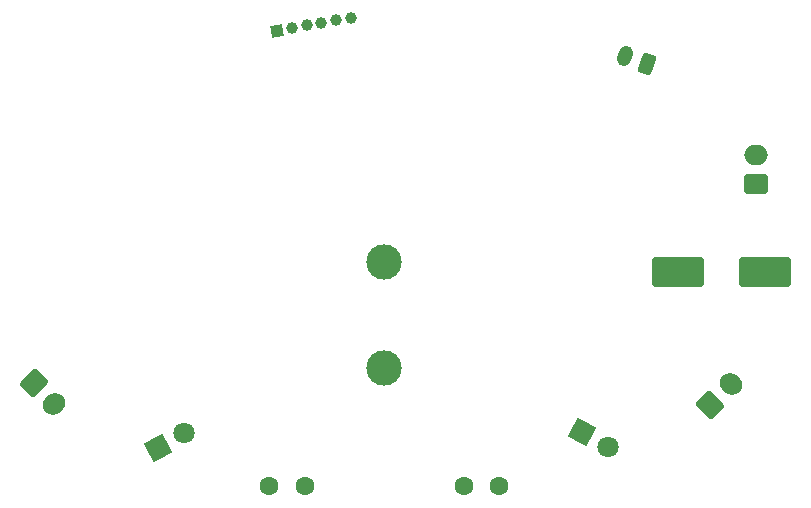
<source format=gbr>
%TF.GenerationSoftware,KiCad,Pcbnew,7.0.1*%
%TF.CreationDate,2023-08-08T22:15:58+07:00*%
%TF.ProjectId,BL706 Robot,424c3730-3620-4526-9f62-6f742e6b6963,rev?*%
%TF.SameCoordinates,Original*%
%TF.FileFunction,Soldermask,Bot*%
%TF.FilePolarity,Negative*%
%FSLAX46Y46*%
G04 Gerber Fmt 4.6, Leading zero omitted, Abs format (unit mm)*
G04 Created by KiCad (PCBNEW 7.0.1) date 2023-08-08 22:15:58*
%MOMM*%
%LPD*%
G01*
G04 APERTURE LIST*
G04 Aperture macros list*
%AMRoundRect*
0 Rectangle with rounded corners*
0 $1 Rounding radius*
0 $2 $3 $4 $5 $6 $7 $8 $9 X,Y pos of 4 corners*
0 Add a 4 corners polygon primitive as box body*
4,1,4,$2,$3,$4,$5,$6,$7,$8,$9,$2,$3,0*
0 Add four circle primitives for the rounded corners*
1,1,$1+$1,$2,$3*
1,1,$1+$1,$4,$5*
1,1,$1+$1,$6,$7*
1,1,$1+$1,$8,$9*
0 Add four rect primitives between the rounded corners*
20,1,$1+$1,$2,$3,$4,$5,0*
20,1,$1+$1,$4,$5,$6,$7,0*
20,1,$1+$1,$6,$7,$8,$9,0*
20,1,$1+$1,$8,$9,$2,$3,0*%
%AMHorizOval*
0 Thick line with rounded ends*
0 $1 width*
0 $2 $3 position (X,Y) of the first rounded end (center of the circle)*
0 $4 $5 position (X,Y) of the second rounded end (center of the circle)*
0 Add line between two ends*
20,1,$1,$2,$3,$4,$5,0*
0 Add two circle primitives to create the rounded ends*
1,1,$1,$2,$3*
1,1,$1,$4,$5*%
%AMRotRect*
0 Rectangle, with rotation*
0 The origin of the aperture is its center*
0 $1 length*
0 $2 width*
0 $3 Rotation angle, in degrees counterclockwise*
0 Add horizontal line*
21,1,$1,$2,0,0,$3*%
G04 Aperture macros list end*
%ADD10RotRect,1.800000X1.800000X331.500000*%
%ADD11C,1.800000*%
%ADD12RotRect,1.800000X1.800000X28.500000*%
%ADD13RotRect,1.000000X1.000000X100.000000*%
%ADD14HorizOval,1.000000X0.000000X0.000000X0.000000X0.000000X0*%
%ADD15C,1.600000*%
%ADD16C,3.000000*%
%ADD17RoundRect,0.250000X-1.950000X-1.000000X1.950000X-1.000000X1.950000X1.000000X-1.950000X1.000000X0*%
%ADD18RoundRect,0.250000X0.750000X-0.600000X0.750000X0.600000X-0.750000X0.600000X-0.750000X-0.600000X0*%
%ADD19O,2.000000X1.700000*%
%ADD20RoundRect,0.250000X0.542655X0.467601X-0.115130X0.707015X-0.542655X-0.467601X0.115130X-0.707015X0*%
%ADD21HorizOval,1.200000X0.094056X0.258415X-0.094056X-0.258415X0*%
%ADD22RoundRect,0.250000X-0.954594X-0.106066X-0.106066X-0.954594X0.954594X0.106066X0.106066X0.954594X0*%
%ADD23HorizOval,1.700000X-0.106066X-0.106066X0.106066X0.106066X0*%
%ADD24RoundRect,0.250000X0.106066X-0.954594X0.954594X-0.106066X-0.106066X0.954594X-0.954594X0.106066X0*%
%ADD25HorizOval,1.700000X-0.106066X0.106066X0.106066X-0.106066X0*%
G04 APERTURE END LIST*
D10*
%TO.C,D3*%
X216549452Y-143320894D03*
D11*
X218781647Y-144532877D03*
%TD*%
D12*
%TO.C,D4*%
X180653505Y-144613790D03*
D11*
X182885700Y-143401807D03*
%TD*%
D13*
%TO.C,J2*%
X190746471Y-109302666D03*
D14*
X191997177Y-109082133D03*
X193247883Y-108861600D03*
X194498589Y-108641066D03*
X195749294Y-108420533D03*
X197000000Y-108200000D03*
%TD*%
D15*
%TO.C,R18*%
X193100000Y-147900000D03*
X190100000Y-147900000D03*
%TD*%
D16*
%TO.C,H2*%
X199800000Y-137900000D03*
%TD*%
D15*
%TO.C,R21*%
X206550000Y-147900000D03*
X209550000Y-147900000D03*
%TD*%
D16*
%TO.C,H1*%
X199800000Y-128900000D03*
%TD*%
D17*
%TO.C,C35*%
X224700000Y-129780000D03*
X232100000Y-129780000D03*
%TD*%
D18*
%TO.C,LS1*%
X231300000Y-122300000D03*
D19*
X231300000Y-119800000D03*
%TD*%
D20*
%TO.C,BT1*%
X222050000Y-112150000D03*
D21*
X220170615Y-111465960D03*
%TD*%
D22*
%TO.C,M1*%
X170132233Y-139132233D03*
D23*
X171900000Y-140900000D03*
%TD*%
D24*
%TO.C,M2*%
X227427348Y-140965115D03*
D25*
X229195115Y-139197348D03*
%TD*%
M02*

</source>
